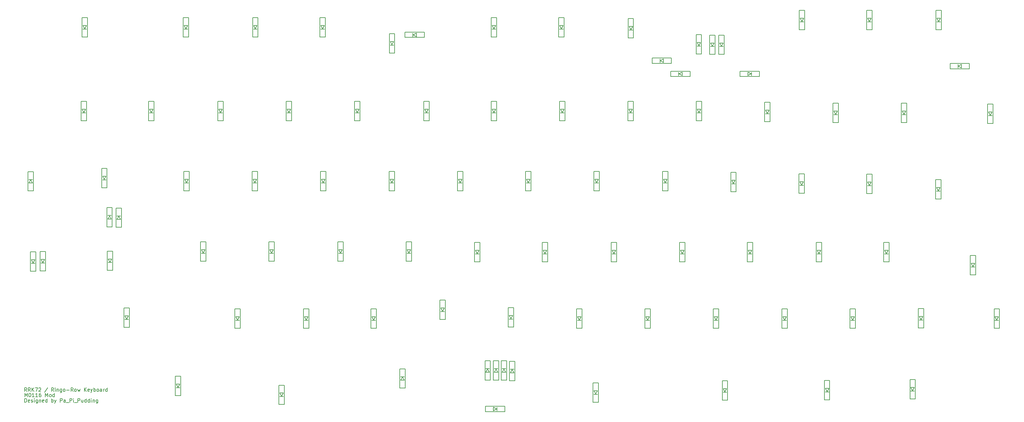
<source format=gto>
%TF.GenerationSoftware,KiCad,Pcbnew,(5.1.6)-1*%
%TF.CreationDate,2020-07-30T22:43:25+09:00*%
%TF.ProjectId,keyboard_v2,6b657962-6f61-4726-945f-76322e6b6963,rev?*%
%TF.SameCoordinates,Original*%
%TF.FileFunction,Legend,Top*%
%TF.FilePolarity,Positive*%
%FSLAX46Y46*%
G04 Gerber Fmt 4.6, Leading zero omitted, Abs format (unit mm)*
G04 Created by KiCad (PCBNEW (5.1.6)-1) date 2020-07-30 22:43:25*
%MOMM*%
%LPD*%
G01*
G04 APERTURE LIST*
%ADD10C,0.200000*%
%ADD11C,0.150000*%
%ADD12C,0.650000*%
%ADD13O,1.000000X2.100000*%
%ADD14O,1.000000X1.600000*%
%ADD15R,0.950000X1.300000*%
%ADD16R,1.397000X1.397000*%
%ADD17C,1.397000*%
%ADD18C,5.000000*%
%ADD19R,1.300000X0.950000*%
%ADD20O,1.600000X1.000000*%
%ADD21O,2.100000X1.000000*%
%ADD22C,2.100000*%
%ADD23C,1.750000*%
G04 APERTURE END LIST*
D10*
X310790676Y-20869980D02*
X310457342Y-20393790D01*
X310219247Y-20869980D02*
X310219247Y-19869980D01*
X310600200Y-19869980D01*
X310695438Y-19917600D01*
X310743057Y-19965219D01*
X310790676Y-20060457D01*
X310790676Y-20203314D01*
X310743057Y-20298552D01*
X310695438Y-20346171D01*
X310600200Y-20393790D01*
X310219247Y-20393790D01*
X311790676Y-20869980D02*
X311457342Y-20393790D01*
X311219247Y-20869980D02*
X311219247Y-19869980D01*
X311600200Y-19869980D01*
X311695438Y-19917600D01*
X311743057Y-19965219D01*
X311790676Y-20060457D01*
X311790676Y-20203314D01*
X311743057Y-20298552D01*
X311695438Y-20346171D01*
X311600200Y-20393790D01*
X311219247Y-20393790D01*
X312219247Y-20869980D02*
X312219247Y-19869980D01*
X312790676Y-20869980D02*
X312362104Y-20298552D01*
X312790676Y-19869980D02*
X312219247Y-20441409D01*
X313124009Y-19869980D02*
X313790676Y-19869980D01*
X313362104Y-20869980D01*
X314124009Y-19965219D02*
X314171628Y-19917600D01*
X314266866Y-19869980D01*
X314504961Y-19869980D01*
X314600200Y-19917600D01*
X314647819Y-19965219D01*
X314695438Y-20060457D01*
X314695438Y-20155695D01*
X314647819Y-20298552D01*
X314076390Y-20869980D01*
X314695438Y-20869980D01*
X316600200Y-19822361D02*
X315743057Y-21108076D01*
X318266866Y-20869980D02*
X317933533Y-20393790D01*
X317695438Y-20869980D02*
X317695438Y-19869980D01*
X318076390Y-19869980D01*
X318171628Y-19917600D01*
X318219247Y-19965219D01*
X318266866Y-20060457D01*
X318266866Y-20203314D01*
X318219247Y-20298552D01*
X318171628Y-20346171D01*
X318076390Y-20393790D01*
X317695438Y-20393790D01*
X318695438Y-20869980D02*
X318695438Y-20203314D01*
X318695438Y-19869980D02*
X318647819Y-19917600D01*
X318695438Y-19965219D01*
X318743057Y-19917600D01*
X318695438Y-19869980D01*
X318695438Y-19965219D01*
X319171628Y-20203314D02*
X319171628Y-20869980D01*
X319171628Y-20298552D02*
X319219247Y-20250933D01*
X319314485Y-20203314D01*
X319457342Y-20203314D01*
X319552580Y-20250933D01*
X319600200Y-20346171D01*
X319600200Y-20869980D01*
X320504961Y-20203314D02*
X320504961Y-21012838D01*
X320457342Y-21108076D01*
X320409723Y-21155695D01*
X320314485Y-21203314D01*
X320171628Y-21203314D01*
X320076390Y-21155695D01*
X320504961Y-20822361D02*
X320409723Y-20869980D01*
X320219247Y-20869980D01*
X320124009Y-20822361D01*
X320076390Y-20774742D01*
X320028771Y-20679504D01*
X320028771Y-20393790D01*
X320076390Y-20298552D01*
X320124009Y-20250933D01*
X320219247Y-20203314D01*
X320409723Y-20203314D01*
X320504961Y-20250933D01*
X321124009Y-20869980D02*
X321028771Y-20822361D01*
X320981152Y-20774742D01*
X320933533Y-20679504D01*
X320933533Y-20393790D01*
X320981152Y-20298552D01*
X321028771Y-20250933D01*
X321124009Y-20203314D01*
X321266866Y-20203314D01*
X321362104Y-20250933D01*
X321409723Y-20298552D01*
X321457342Y-20393790D01*
X321457342Y-20679504D01*
X321409723Y-20774742D01*
X321362104Y-20822361D01*
X321266866Y-20869980D01*
X321124009Y-20869980D01*
X321885914Y-20489028D02*
X322647819Y-20489028D01*
X323695438Y-20869980D02*
X323362104Y-20393790D01*
X323124009Y-20869980D02*
X323124009Y-19869980D01*
X323504961Y-19869980D01*
X323600200Y-19917600D01*
X323647819Y-19965219D01*
X323695438Y-20060457D01*
X323695438Y-20203314D01*
X323647819Y-20298552D01*
X323600200Y-20346171D01*
X323504961Y-20393790D01*
X323124009Y-20393790D01*
X324266866Y-20869980D02*
X324171628Y-20822361D01*
X324124009Y-20774742D01*
X324076390Y-20679504D01*
X324076390Y-20393790D01*
X324124009Y-20298552D01*
X324171628Y-20250933D01*
X324266866Y-20203314D01*
X324409723Y-20203314D01*
X324504961Y-20250933D01*
X324552580Y-20298552D01*
X324600200Y-20393790D01*
X324600200Y-20679504D01*
X324552580Y-20774742D01*
X324504961Y-20822361D01*
X324409723Y-20869980D01*
X324266866Y-20869980D01*
X324933533Y-20203314D02*
X325124009Y-20869980D01*
X325314485Y-20393790D01*
X325504961Y-20869980D01*
X325695438Y-20203314D01*
X326838295Y-20869980D02*
X326838295Y-19869980D01*
X327409723Y-20869980D02*
X326981152Y-20298552D01*
X327409723Y-19869980D02*
X326838295Y-20441409D01*
X328219247Y-20822361D02*
X328124009Y-20869980D01*
X327933533Y-20869980D01*
X327838295Y-20822361D01*
X327790676Y-20727123D01*
X327790676Y-20346171D01*
X327838295Y-20250933D01*
X327933533Y-20203314D01*
X328124009Y-20203314D01*
X328219247Y-20250933D01*
X328266866Y-20346171D01*
X328266866Y-20441409D01*
X327790676Y-20536647D01*
X328600200Y-20203314D02*
X328838295Y-20869980D01*
X329076390Y-20203314D02*
X328838295Y-20869980D01*
X328743057Y-21108076D01*
X328695438Y-21155695D01*
X328600200Y-21203314D01*
X329457342Y-20869980D02*
X329457342Y-19869980D01*
X329457342Y-20250933D02*
X329552580Y-20203314D01*
X329743057Y-20203314D01*
X329838295Y-20250933D01*
X329885914Y-20298552D01*
X329933533Y-20393790D01*
X329933533Y-20679504D01*
X329885914Y-20774742D01*
X329838295Y-20822361D01*
X329743057Y-20869980D01*
X329552580Y-20869980D01*
X329457342Y-20822361D01*
X330504961Y-20869980D02*
X330409723Y-20822361D01*
X330362104Y-20774742D01*
X330314485Y-20679504D01*
X330314485Y-20393790D01*
X330362104Y-20298552D01*
X330409723Y-20250933D01*
X330504961Y-20203314D01*
X330647819Y-20203314D01*
X330743057Y-20250933D01*
X330790676Y-20298552D01*
X330838295Y-20393790D01*
X330838295Y-20679504D01*
X330790676Y-20774742D01*
X330743057Y-20822361D01*
X330647819Y-20869980D01*
X330504961Y-20869980D01*
X331695438Y-20869980D02*
X331695438Y-20346171D01*
X331647819Y-20250933D01*
X331552580Y-20203314D01*
X331362104Y-20203314D01*
X331266866Y-20250933D01*
X331695438Y-20822361D02*
X331600200Y-20869980D01*
X331362104Y-20869980D01*
X331266866Y-20822361D01*
X331219247Y-20727123D01*
X331219247Y-20631885D01*
X331266866Y-20536647D01*
X331362104Y-20489028D01*
X331600200Y-20489028D01*
X331695438Y-20441409D01*
X332171628Y-20869980D02*
X332171628Y-20203314D01*
X332171628Y-20393790D02*
X332219247Y-20298552D01*
X332266866Y-20250933D01*
X332362104Y-20203314D01*
X332457342Y-20203314D01*
X333219247Y-20869980D02*
X333219247Y-19869980D01*
X333219247Y-20822361D02*
X333124009Y-20869980D01*
X332933533Y-20869980D01*
X332838295Y-20822361D01*
X332790676Y-20774742D01*
X332743057Y-20679504D01*
X332743057Y-20393790D01*
X332790676Y-20298552D01*
X332838295Y-20250933D01*
X332933533Y-20203314D01*
X333124009Y-20203314D01*
X333219247Y-20250933D01*
X310257961Y-22354980D02*
X310257961Y-21354980D01*
X310591295Y-22069266D01*
X310924628Y-21354980D01*
X310924628Y-22354980D01*
X311591295Y-21354980D02*
X311686533Y-21354980D01*
X311781771Y-21402600D01*
X311829390Y-21450219D01*
X311877009Y-21545457D01*
X311924628Y-21735933D01*
X311924628Y-21974028D01*
X311877009Y-22164504D01*
X311829390Y-22259742D01*
X311781771Y-22307361D01*
X311686533Y-22354980D01*
X311591295Y-22354980D01*
X311496057Y-22307361D01*
X311448438Y-22259742D01*
X311400819Y-22164504D01*
X311353200Y-21974028D01*
X311353200Y-21735933D01*
X311400819Y-21545457D01*
X311448438Y-21450219D01*
X311496057Y-21402600D01*
X311591295Y-21354980D01*
X312877009Y-22354980D02*
X312305580Y-22354980D01*
X312591295Y-22354980D02*
X312591295Y-21354980D01*
X312496057Y-21497838D01*
X312400819Y-21593076D01*
X312305580Y-21640695D01*
X313829390Y-22354980D02*
X313257961Y-22354980D01*
X313543676Y-22354980D02*
X313543676Y-21354980D01*
X313448438Y-21497838D01*
X313353200Y-21593076D01*
X313257961Y-21640695D01*
X314686533Y-21354980D02*
X314496057Y-21354980D01*
X314400819Y-21402600D01*
X314353200Y-21450219D01*
X314257961Y-21593076D01*
X314210342Y-21783552D01*
X314210342Y-22164504D01*
X314257961Y-22259742D01*
X314305580Y-22307361D01*
X314400819Y-22354980D01*
X314591295Y-22354980D01*
X314686533Y-22307361D01*
X314734152Y-22259742D01*
X314781771Y-22164504D01*
X314781771Y-21926409D01*
X314734152Y-21831171D01*
X314686533Y-21783552D01*
X314591295Y-21735933D01*
X314400819Y-21735933D01*
X314305580Y-21783552D01*
X314257961Y-21831171D01*
X314210342Y-21926409D01*
X315972247Y-22354980D02*
X315972247Y-21354980D01*
X316305580Y-22069266D01*
X316638914Y-21354980D01*
X316638914Y-22354980D01*
X317257961Y-22354980D02*
X317162723Y-22307361D01*
X317115104Y-22259742D01*
X317067485Y-22164504D01*
X317067485Y-21878790D01*
X317115104Y-21783552D01*
X317162723Y-21735933D01*
X317257961Y-21688314D01*
X317400819Y-21688314D01*
X317496057Y-21735933D01*
X317543676Y-21783552D01*
X317591295Y-21878790D01*
X317591295Y-22164504D01*
X317543676Y-22259742D01*
X317496057Y-22307361D01*
X317400819Y-22354980D01*
X317257961Y-22354980D01*
X318448438Y-22354980D02*
X318448438Y-21354980D01*
X318448438Y-22307361D02*
X318353200Y-22354980D01*
X318162723Y-22354980D01*
X318067485Y-22307361D01*
X318019866Y-22259742D01*
X317972247Y-22164504D01*
X317972247Y-21878790D01*
X318019866Y-21783552D01*
X318067485Y-21735933D01*
X318162723Y-21688314D01*
X318353200Y-21688314D01*
X318448438Y-21735933D01*
X310219033Y-23854480D02*
X310219033Y-22854480D01*
X310457128Y-22854480D01*
X310599985Y-22902100D01*
X310695223Y-22997338D01*
X310742842Y-23092576D01*
X310790461Y-23283052D01*
X310790461Y-23425909D01*
X310742842Y-23616385D01*
X310695223Y-23711623D01*
X310599985Y-23806861D01*
X310457128Y-23854480D01*
X310219033Y-23854480D01*
X311599985Y-23806861D02*
X311504747Y-23854480D01*
X311314271Y-23854480D01*
X311219033Y-23806861D01*
X311171414Y-23711623D01*
X311171414Y-23330671D01*
X311219033Y-23235433D01*
X311314271Y-23187814D01*
X311504747Y-23187814D01*
X311599985Y-23235433D01*
X311647604Y-23330671D01*
X311647604Y-23425909D01*
X311171414Y-23521147D01*
X312028557Y-23806861D02*
X312123795Y-23854480D01*
X312314271Y-23854480D01*
X312409509Y-23806861D01*
X312457128Y-23711623D01*
X312457128Y-23664004D01*
X312409509Y-23568766D01*
X312314271Y-23521147D01*
X312171414Y-23521147D01*
X312076176Y-23473528D01*
X312028557Y-23378290D01*
X312028557Y-23330671D01*
X312076176Y-23235433D01*
X312171414Y-23187814D01*
X312314271Y-23187814D01*
X312409509Y-23235433D01*
X312885700Y-23854480D02*
X312885700Y-23187814D01*
X312885700Y-22854480D02*
X312838080Y-22902100D01*
X312885700Y-22949719D01*
X312933319Y-22902100D01*
X312885700Y-22854480D01*
X312885700Y-22949719D01*
X313790461Y-23187814D02*
X313790461Y-23997338D01*
X313742842Y-24092576D01*
X313695223Y-24140195D01*
X313599985Y-24187814D01*
X313457128Y-24187814D01*
X313361890Y-24140195D01*
X313790461Y-23806861D02*
X313695223Y-23854480D01*
X313504747Y-23854480D01*
X313409509Y-23806861D01*
X313361890Y-23759242D01*
X313314271Y-23664004D01*
X313314271Y-23378290D01*
X313361890Y-23283052D01*
X313409509Y-23235433D01*
X313504747Y-23187814D01*
X313695223Y-23187814D01*
X313790461Y-23235433D01*
X314266652Y-23187814D02*
X314266652Y-23854480D01*
X314266652Y-23283052D02*
X314314271Y-23235433D01*
X314409509Y-23187814D01*
X314552366Y-23187814D01*
X314647604Y-23235433D01*
X314695223Y-23330671D01*
X314695223Y-23854480D01*
X315552366Y-23806861D02*
X315457128Y-23854480D01*
X315266652Y-23854480D01*
X315171414Y-23806861D01*
X315123795Y-23711623D01*
X315123795Y-23330671D01*
X315171414Y-23235433D01*
X315266652Y-23187814D01*
X315457128Y-23187814D01*
X315552366Y-23235433D01*
X315599985Y-23330671D01*
X315599985Y-23425909D01*
X315123795Y-23521147D01*
X316457128Y-23854480D02*
X316457128Y-22854480D01*
X316457128Y-23806861D02*
X316361890Y-23854480D01*
X316171414Y-23854480D01*
X316076176Y-23806861D01*
X316028557Y-23759242D01*
X315980938Y-23664004D01*
X315980938Y-23378290D01*
X316028557Y-23283052D01*
X316076176Y-23235433D01*
X316171414Y-23187814D01*
X316361890Y-23187814D01*
X316457128Y-23235433D01*
X317695223Y-23854480D02*
X317695223Y-22854480D01*
X317695223Y-23235433D02*
X317790461Y-23187814D01*
X317980938Y-23187814D01*
X318076176Y-23235433D01*
X318123795Y-23283052D01*
X318171414Y-23378290D01*
X318171414Y-23664004D01*
X318123795Y-23759242D01*
X318076176Y-23806861D01*
X317980938Y-23854480D01*
X317790461Y-23854480D01*
X317695223Y-23806861D01*
X318504747Y-23187814D02*
X318742842Y-23854480D01*
X318980938Y-23187814D02*
X318742842Y-23854480D01*
X318647604Y-24092576D01*
X318599985Y-24140195D01*
X318504747Y-24187814D01*
X320123795Y-23854480D02*
X320123795Y-22854480D01*
X320504747Y-22854480D01*
X320599985Y-22902100D01*
X320647604Y-22949719D01*
X320695223Y-23044957D01*
X320695223Y-23187814D01*
X320647604Y-23283052D01*
X320599985Y-23330671D01*
X320504747Y-23378290D01*
X320123795Y-23378290D01*
X321552366Y-23854480D02*
X321552366Y-23330671D01*
X321504747Y-23235433D01*
X321409509Y-23187814D01*
X321219033Y-23187814D01*
X321123795Y-23235433D01*
X321552366Y-23806861D02*
X321457128Y-23854480D01*
X321219033Y-23854480D01*
X321123795Y-23806861D01*
X321076176Y-23711623D01*
X321076176Y-23616385D01*
X321123795Y-23521147D01*
X321219033Y-23473528D01*
X321457128Y-23473528D01*
X321552366Y-23425909D01*
X321790461Y-23949719D02*
X322552366Y-23949719D01*
X322790461Y-23854480D02*
X322790461Y-22854480D01*
X323171414Y-22854480D01*
X323266652Y-22902100D01*
X323314271Y-22949719D01*
X323361890Y-23044957D01*
X323361890Y-23187814D01*
X323314271Y-23283052D01*
X323266652Y-23330671D01*
X323171414Y-23378290D01*
X322790461Y-23378290D01*
X323790461Y-23854480D02*
X323790461Y-23187814D01*
X323790461Y-22854480D02*
X323742842Y-22902100D01*
X323790461Y-22949719D01*
X323838080Y-22902100D01*
X323790461Y-22854480D01*
X323790461Y-22949719D01*
X324028557Y-23949719D02*
X324790461Y-23949719D01*
X325028557Y-23854480D02*
X325028557Y-22854480D01*
X325409509Y-22854480D01*
X325504747Y-22902100D01*
X325552366Y-22949719D01*
X325599985Y-23044957D01*
X325599985Y-23187814D01*
X325552366Y-23283052D01*
X325504747Y-23330671D01*
X325409509Y-23378290D01*
X325028557Y-23378290D01*
X326457128Y-23187814D02*
X326457128Y-23854480D01*
X326028557Y-23187814D02*
X326028557Y-23711623D01*
X326076176Y-23806861D01*
X326171414Y-23854480D01*
X326314271Y-23854480D01*
X326409509Y-23806861D01*
X326457128Y-23759242D01*
X327361890Y-23854480D02*
X327361890Y-22854480D01*
X327361890Y-23806861D02*
X327266652Y-23854480D01*
X327076176Y-23854480D01*
X326980938Y-23806861D01*
X326933319Y-23759242D01*
X326885700Y-23664004D01*
X326885700Y-23378290D01*
X326933319Y-23283052D01*
X326980938Y-23235433D01*
X327076176Y-23187814D01*
X327266652Y-23187814D01*
X327361890Y-23235433D01*
X328266652Y-23854480D02*
X328266652Y-22854480D01*
X328266652Y-23806861D02*
X328171414Y-23854480D01*
X327980938Y-23854480D01*
X327885700Y-23806861D01*
X327838080Y-23759242D01*
X327790461Y-23664004D01*
X327790461Y-23378290D01*
X327838080Y-23283052D01*
X327885700Y-23235433D01*
X327980938Y-23187814D01*
X328171414Y-23187814D01*
X328266652Y-23235433D01*
X328742842Y-23854480D02*
X328742842Y-23187814D01*
X328742842Y-22854480D02*
X328695223Y-22902100D01*
X328742842Y-22949719D01*
X328790461Y-22902100D01*
X328742842Y-22854480D01*
X328742842Y-22949719D01*
X329219033Y-23187814D02*
X329219033Y-23854480D01*
X329219033Y-23283052D02*
X329266652Y-23235433D01*
X329361890Y-23187814D01*
X329504747Y-23187814D01*
X329599985Y-23235433D01*
X329647604Y-23330671D01*
X329647604Y-23854480D01*
X330552366Y-23187814D02*
X330552366Y-23997338D01*
X330504747Y-24092576D01*
X330457128Y-24140195D01*
X330361890Y-24187814D01*
X330219033Y-24187814D01*
X330123795Y-24140195D01*
X330552366Y-23806861D02*
X330457128Y-23854480D01*
X330266652Y-23854480D01*
X330171414Y-23806861D01*
X330123795Y-23759242D01*
X330076176Y-23664004D01*
X330076176Y-23378290D01*
X330123795Y-23283052D01*
X330171414Y-23235433D01*
X330266652Y-23187814D01*
X330457128Y-23187814D01*
X330552366Y-23235433D01*
D11*
%TO.C,R1*%
X334600000Y25030000D02*
X333100000Y25030000D01*
X334600000Y30430000D02*
X334600000Y25030000D01*
X333100000Y30430000D02*
X334600000Y30430000D01*
X333100000Y25030000D02*
X333100000Y30430000D01*
X333350000Y28230000D02*
X334350000Y28230000D01*
X334350000Y27230000D02*
X333850000Y28130000D01*
X333350000Y27230000D02*
X334350000Y27230000D01*
X333850000Y28130000D02*
X333350000Y27230000D01*
%TO.C,R8*%
X441712300Y-25768300D02*
X440812300Y-25268300D01*
X440812300Y-25268300D02*
X440812300Y-26268300D01*
X440812300Y-26268300D02*
X441712300Y-25768300D01*
X441812300Y-25268300D02*
X441812300Y-26268300D01*
X438612300Y-25018300D02*
X444012300Y-25018300D01*
X444012300Y-25018300D02*
X444012300Y-26518300D01*
X444012300Y-26518300D02*
X438612300Y-26518300D01*
X438612300Y-26518300D02*
X438612300Y-25018300D01*
%TO.C,C3*%
X416258440Y-19946600D02*
X414758440Y-19946600D01*
X416258440Y-14546600D02*
X416258440Y-19946600D01*
X414758440Y-14546600D02*
X416258440Y-14546600D01*
X414758440Y-19946600D02*
X414758440Y-14546600D01*
X415008440Y-16746600D02*
X416008440Y-16746600D01*
X416008440Y-17746600D02*
X415508440Y-16846600D01*
X415008440Y-17746600D02*
X416008440Y-17746600D01*
X415508440Y-16846600D02*
X415008440Y-17746600D01*
%TO.C,R2*%
X337180000Y24930000D02*
X335680000Y24930000D01*
X337180000Y30330000D02*
X337180000Y24930000D01*
X335680000Y30330000D02*
X337180000Y30330000D01*
X335680000Y24930000D02*
X335680000Y30330000D01*
X335930000Y28130000D02*
X336930000Y28130000D01*
X336930000Y27130000D02*
X336430000Y28030000D01*
X335930000Y27130000D02*
X336930000Y27130000D01*
X336430000Y28030000D02*
X335930000Y27130000D01*
%TO.C,D5*%
X411832200Y78995800D02*
X413332200Y78995800D01*
X411832200Y73595800D02*
X411832200Y78995800D01*
X413332200Y73595800D02*
X411832200Y73595800D01*
X413332200Y78995800D02*
X413332200Y73595800D01*
X413082200Y75795800D02*
X412082200Y75795800D01*
X412082200Y76795800D02*
X412582200Y75895800D01*
X413082200Y76795800D02*
X412082200Y76795800D01*
X412582200Y75895800D02*
X413082200Y76795800D01*
%TO.C,R7*%
X509577200Y67011400D02*
X509577200Y68511400D01*
X514977200Y67011400D02*
X509577200Y67011400D01*
X514977200Y68511400D02*
X514977200Y67011400D01*
X509577200Y68511400D02*
X514977200Y68511400D01*
X512777200Y68261400D02*
X512777200Y67261400D01*
X511777200Y67261400D02*
X512677200Y67761400D01*
X511777200Y68261400D02*
X511777200Y67261400D01*
X512677200Y67761400D02*
X511777200Y68261400D01*
%TO.C,D45*%
X435555800Y20731200D02*
X437055800Y20731200D01*
X435555800Y15331200D02*
X435555800Y20731200D01*
X437055800Y15331200D02*
X435555800Y15331200D01*
X437055800Y20731200D02*
X437055800Y15331200D01*
X436805800Y17531200D02*
X435805800Y17531200D01*
X435805800Y18531200D02*
X436305800Y17631200D01*
X436805800Y18531200D02*
X435805800Y18531200D01*
X436305800Y17631200D02*
X436805800Y18531200D01*
%TO.C,D44*%
X416505800Y20852200D02*
X418005800Y20852200D01*
X416505800Y15452200D02*
X416505800Y20852200D01*
X418005800Y15452200D02*
X416505800Y15452200D01*
X418005800Y20852200D02*
X418005800Y15452200D01*
X417755800Y17652200D02*
X416755800Y17652200D01*
X416755800Y18652200D02*
X417255800Y17752200D01*
X417755800Y18652200D02*
X416755800Y18652200D01*
X417255800Y17752200D02*
X417755800Y18652200D01*
%TO.C,D41*%
X359228800Y20855200D02*
X360728800Y20855200D01*
X359228800Y15455200D02*
X359228800Y20855200D01*
X360728800Y15455200D02*
X359228800Y15455200D01*
X360728800Y20855200D02*
X360728800Y15455200D01*
X360478800Y17655200D02*
X359478800Y17655200D01*
X359478800Y18655200D02*
X359978800Y17755200D01*
X360478800Y18655200D02*
X359478800Y18655200D01*
X359978800Y17755200D02*
X360478800Y18655200D01*
%TO.C,D42*%
X378278800Y20855200D02*
X379778800Y20855200D01*
X378278800Y15455200D02*
X378278800Y20855200D01*
X379778800Y15455200D02*
X378278800Y15455200D01*
X379778800Y20855200D02*
X379778800Y15455200D01*
X379528800Y17655200D02*
X378528800Y17655200D01*
X378528800Y18655200D02*
X379028800Y17755200D01*
X379528800Y18655200D02*
X378528800Y18655200D01*
X379028800Y17755200D02*
X379528800Y18655200D01*
%TO.C,D40*%
X564079800Y38254200D02*
X565579800Y38254200D01*
X564079800Y32854200D02*
X564079800Y38254200D01*
X565579800Y32854200D02*
X564079800Y32854200D01*
X565579800Y38254200D02*
X565579800Y32854200D01*
X565329800Y35054200D02*
X564329800Y35054200D01*
X564329800Y36054200D02*
X564829800Y35154200D01*
X565329800Y36054200D02*
X564329800Y36054200D01*
X564829800Y35154200D02*
X565329800Y36054200D01*
%TO.C,D39*%
X544902800Y39778200D02*
X546402800Y39778200D01*
X544902800Y34378200D02*
X544902800Y39778200D01*
X546402800Y34378200D02*
X544902800Y34378200D01*
X546402800Y39778200D02*
X546402800Y34378200D01*
X546152800Y36578200D02*
X545152800Y36578200D01*
X545152800Y37578200D02*
X545652800Y36678200D01*
X546152800Y37578200D02*
X545152800Y37578200D01*
X545652800Y36678200D02*
X546152800Y37578200D01*
%TO.C,D43*%
X397455800Y20855200D02*
X398955800Y20855200D01*
X397455800Y15455200D02*
X397455800Y20855200D01*
X398955800Y15455200D02*
X397455800Y15455200D01*
X398955800Y20855200D02*
X398955800Y15455200D01*
X398705800Y17655200D02*
X397705800Y17655200D01*
X397705800Y18655200D02*
X398205800Y17755200D01*
X398705800Y18655200D02*
X397705800Y18655200D01*
X398205800Y17755200D02*
X398705800Y18655200D01*
%TO.C,D37*%
X506993300Y40283200D02*
X508493300Y40283200D01*
X506993300Y34883200D02*
X506993300Y40283200D01*
X508493300Y34883200D02*
X506993300Y34883200D01*
X508493300Y40283200D02*
X508493300Y34883200D01*
X508243300Y37083200D02*
X507243300Y37083200D01*
X507243300Y38083200D02*
X507743300Y37183200D01*
X508243300Y38083200D02*
X507243300Y38083200D01*
X507743300Y37183200D02*
X508243300Y38083200D01*
%TO.C,D27*%
X578557800Y59336200D02*
X580057800Y59336200D01*
X578557800Y53936200D02*
X578557800Y59336200D01*
X580057800Y53936200D02*
X578557800Y53936200D01*
X580057800Y59336200D02*
X580057800Y53936200D01*
X579807800Y56136200D02*
X578807800Y56136200D01*
X578807800Y57136200D02*
X579307800Y56236200D01*
X579807800Y57136200D02*
X578807800Y57136200D01*
X579307800Y56236200D02*
X579807800Y57136200D01*
%TO.C,D30*%
X373579800Y40540200D02*
X375079800Y40540200D01*
X373579800Y35140200D02*
X373579800Y40540200D01*
X375079800Y35140200D02*
X373579800Y35140200D01*
X375079800Y40540200D02*
X375079800Y35140200D01*
X374829800Y37340200D02*
X373829800Y37340200D01*
X373829800Y38340200D02*
X374329800Y37440200D01*
X374829800Y38340200D02*
X373829800Y38340200D01*
X374329800Y37440200D02*
X374829800Y38340200D01*
%TO.C,D24*%
X516454800Y59844200D02*
X517954800Y59844200D01*
X516454800Y54444200D02*
X516454800Y59844200D01*
X517954800Y54444200D02*
X516454800Y54444200D01*
X517954800Y59844200D02*
X517954800Y54444200D01*
X517704800Y56644200D02*
X516704800Y56644200D01*
X516704800Y57644200D02*
X517204800Y56744200D01*
X517704800Y57644200D02*
X516704800Y57644200D01*
X517204800Y56744200D02*
X517704800Y57644200D01*
%TO.C,D25*%
X535504800Y59590200D02*
X537004800Y59590200D01*
X535504800Y54190200D02*
X535504800Y59590200D01*
X537004800Y54190200D02*
X535504800Y54190200D01*
X537004800Y59590200D02*
X537004800Y54190200D01*
X536754800Y56390200D02*
X535754800Y56390200D01*
X535754800Y57390200D02*
X536254800Y56490200D01*
X536754800Y57390200D02*
X535754800Y57390200D01*
X536254800Y56490200D02*
X536754800Y57390200D01*
%TO.C,D23*%
X497404800Y60098200D02*
X498904800Y60098200D01*
X497404800Y54698200D02*
X497404800Y60098200D01*
X498904800Y54698200D02*
X497404800Y54698200D01*
X498904800Y60098200D02*
X498904800Y54698200D01*
X498654800Y56898200D02*
X497654800Y56898200D01*
X497654800Y57898200D02*
X498154800Y56998200D01*
X498654800Y57898200D02*
X497654800Y57898200D01*
X498154800Y56998200D02*
X498654800Y57898200D01*
%TO.C,D29*%
X354529800Y40540200D02*
X356029800Y40540200D01*
X354529800Y35140200D02*
X354529800Y40540200D01*
X356029800Y35140200D02*
X354529800Y35140200D01*
X356029800Y40540200D02*
X356029800Y35140200D01*
X355779800Y37340200D02*
X354779800Y37340200D01*
X354779800Y38340200D02*
X355279800Y37440200D01*
X355779800Y38340200D02*
X354779800Y38340200D01*
X355279800Y37440200D02*
X355779800Y38340200D01*
%TO.C,D26*%
X554554800Y59590200D02*
X556054800Y59590200D01*
X554554800Y54190200D02*
X554554800Y59590200D01*
X556054800Y54190200D02*
X554554800Y54190200D01*
X556054800Y59590200D02*
X556054800Y54190200D01*
X555804800Y56390200D02*
X554804800Y56390200D01*
X554804800Y57390200D02*
X555304800Y56490200D01*
X555804800Y57390200D02*
X554804800Y57390200D01*
X555304800Y56490200D02*
X555804800Y57390200D01*
%TO.C,D22*%
X478354800Y60098200D02*
X479854800Y60098200D01*
X478354800Y54698200D02*
X478354800Y60098200D01*
X479854800Y54698200D02*
X478354800Y54698200D01*
X479854800Y60098200D02*
X479854800Y54698200D01*
X479604800Y56898200D02*
X478604800Y56898200D01*
X478604800Y57898200D02*
X479104800Y56998200D01*
X479604800Y57898200D02*
X478604800Y57898200D01*
X479104800Y56998200D02*
X479604800Y57898200D01*
%TO.C,D21*%
X459304800Y60098200D02*
X460804800Y60098200D01*
X459304800Y54698200D02*
X459304800Y60098200D01*
X460804800Y54698200D02*
X459304800Y54698200D01*
X460804800Y60098200D02*
X460804800Y54698200D01*
X460554800Y56898200D02*
X459554800Y56898200D01*
X459554800Y57898200D02*
X460054800Y56998200D01*
X460554800Y57898200D02*
X459554800Y57898200D01*
X460054800Y56998200D02*
X460554800Y57898200D01*
%TO.C,D20*%
X440254800Y60098200D02*
X441754800Y60098200D01*
X440254800Y54698200D02*
X440254800Y60098200D01*
X441754800Y54698200D02*
X440254800Y54698200D01*
X441754800Y60098200D02*
X441754800Y54698200D01*
X441504800Y56898200D02*
X440504800Y56898200D01*
X440504800Y57898200D02*
X441004800Y56998200D01*
X441504800Y57898200D02*
X440504800Y57898200D01*
X441004800Y56998200D02*
X441504800Y57898200D01*
%TO.C,D19*%
X421458800Y60098200D02*
X422958800Y60098200D01*
X421458800Y54698200D02*
X421458800Y60098200D01*
X422958800Y54698200D02*
X421458800Y54698200D01*
X422958800Y60098200D02*
X422958800Y54698200D01*
X422708800Y56898200D02*
X421708800Y56898200D01*
X421708800Y57898200D02*
X422208800Y56998200D01*
X422708800Y57898200D02*
X421708800Y57898200D01*
X422208800Y56998200D02*
X422708800Y57898200D01*
%TO.C,D28*%
X331650000Y41400000D02*
X333150000Y41400000D01*
X331650000Y36000000D02*
X331650000Y41400000D01*
X333150000Y36000000D02*
X331650000Y36000000D01*
X333150000Y41400000D02*
X333150000Y36000000D01*
X332900000Y38200000D02*
X331900000Y38200000D01*
X331900000Y39200000D02*
X332400000Y38300000D01*
X332900000Y39200000D02*
X331900000Y39200000D01*
X332400000Y38300000D02*
X332900000Y39200000D01*
%TO.C,D18*%
X402154800Y60098200D02*
X403654800Y60098200D01*
X402154800Y54698200D02*
X402154800Y60098200D01*
X403654800Y54698200D02*
X402154800Y54698200D01*
X403654800Y60098200D02*
X403654800Y54698200D01*
X403404800Y56898200D02*
X402404800Y56898200D01*
X402404800Y57898200D02*
X402904800Y56998200D01*
X403404800Y57898200D02*
X402404800Y57898200D01*
X402904800Y56998200D02*
X403404800Y57898200D01*
%TO.C,D32*%
X411806800Y40540200D02*
X413306800Y40540200D01*
X411806800Y35140200D02*
X411806800Y40540200D01*
X413306800Y35140200D02*
X411806800Y35140200D01*
X413306800Y40540200D02*
X413306800Y35140200D01*
X413056800Y37340200D02*
X412056800Y37340200D01*
X412056800Y38340200D02*
X412556800Y37440200D01*
X413056800Y38340200D02*
X412056800Y38340200D01*
X412556800Y37440200D02*
X413056800Y38340200D01*
%TO.C,D38*%
X525979800Y39841700D02*
X527479800Y39841700D01*
X525979800Y34441700D02*
X525979800Y39841700D01*
X527479800Y34441700D02*
X525979800Y34441700D01*
X527479800Y39841700D02*
X527479800Y34441700D01*
X527229800Y36641700D02*
X526229800Y36641700D01*
X526229800Y37641700D02*
X526729800Y36741700D01*
X527229800Y37641700D02*
X526229800Y37641700D01*
X526729800Y36741700D02*
X527229800Y37641700D01*
%TO.C,D31*%
X392629800Y40540200D02*
X394129800Y40540200D01*
X392629800Y35140200D02*
X392629800Y40540200D01*
X394129800Y35140200D02*
X392629800Y35140200D01*
X394129800Y40540200D02*
X394129800Y35140200D01*
X393879800Y37340200D02*
X392879800Y37340200D01*
X392879800Y38340200D02*
X393379800Y37440200D01*
X393879800Y38340200D02*
X392879800Y38340200D01*
X393379800Y37440200D02*
X393879800Y38340200D01*
%TO.C,D33*%
X430856800Y40540200D02*
X432356800Y40540200D01*
X430856800Y35140200D02*
X430856800Y40540200D01*
X432356800Y35140200D02*
X430856800Y35140200D01*
X432356800Y40540200D02*
X432356800Y35140200D01*
X432106800Y37340200D02*
X431106800Y37340200D01*
X431106800Y38340200D02*
X431606800Y37440200D01*
X432106800Y38340200D02*
X431106800Y38340200D01*
X431606800Y37440200D02*
X432106800Y38340200D01*
%TO.C,D2*%
X354402800Y83466200D02*
X355902800Y83466200D01*
X354402800Y78066200D02*
X354402800Y83466200D01*
X355902800Y78066200D02*
X354402800Y78066200D01*
X355902800Y83466200D02*
X355902800Y78066200D01*
X355652800Y80266200D02*
X354652800Y80266200D01*
X354652800Y81266200D02*
X355152800Y80366200D01*
X355652800Y81266200D02*
X354652800Y81266200D01*
X355152800Y80366200D02*
X355652800Y81266200D01*
%TO.C,D13*%
X573524200Y70670400D02*
X573524200Y69170400D01*
X568124200Y70670400D02*
X573524200Y70670400D01*
X568124200Y69170400D02*
X568124200Y70670400D01*
X573524200Y69170400D02*
X568124200Y69170400D01*
X570324200Y69420400D02*
X570324200Y70420400D01*
X571324200Y70420400D02*
X570424200Y69920400D01*
X571324200Y69420400D02*
X571324200Y70420400D01*
X570424200Y69920400D02*
X571324200Y69420400D01*
%TO.C,D17*%
X383104800Y60098200D02*
X384604800Y60098200D01*
X383104800Y54698200D02*
X383104800Y60098200D01*
X384604800Y54698200D02*
X383104800Y54698200D01*
X384604800Y60098200D02*
X384604800Y54698200D01*
X384354800Y56898200D02*
X383354800Y56898200D01*
X383354800Y57898200D02*
X383854800Y56998200D01*
X384354800Y57898200D02*
X383354800Y57898200D01*
X383854800Y56998200D02*
X384354800Y57898200D01*
%TO.C,D8*%
X478393060Y83212920D02*
X479893060Y83212920D01*
X478393060Y77812920D02*
X478393060Y83212920D01*
X479893060Y77812920D02*
X478393060Y77812920D01*
X479893060Y83212920D02*
X479893060Y77812920D01*
X479643060Y80012920D02*
X478643060Y80012920D01*
X478643060Y81012920D02*
X479143060Y80112920D01*
X479643060Y81012920D02*
X478643060Y81012920D01*
X479143060Y80112920D02*
X479643060Y81012920D01*
%TO.C,D3*%
X373732200Y83466200D02*
X375232200Y83466200D01*
X373732200Y78066200D02*
X373732200Y83466200D01*
X375232200Y78066200D02*
X373732200Y78066200D01*
X375232200Y83466200D02*
X375232200Y78066200D01*
X374982200Y80266200D02*
X373982200Y80266200D01*
X373982200Y81266200D02*
X374482200Y80366200D01*
X374982200Y81266200D02*
X373982200Y81266200D01*
X374482200Y80366200D02*
X374982200Y81266200D01*
%TO.C,D6*%
X440254800Y83466200D02*
X441754800Y83466200D01*
X440254800Y78066200D02*
X440254800Y83466200D01*
X441754800Y78066200D02*
X440254800Y78066200D01*
X441754800Y83466200D02*
X441754800Y78066200D01*
X441504800Y80266200D02*
X440504800Y80266200D01*
X440504800Y81266200D02*
X441004800Y80366200D01*
X441504800Y81266200D02*
X440504800Y81266200D01*
X441004800Y80366200D02*
X441504800Y81266200D01*
%TO.C,D15*%
X344750800Y60098200D02*
X346250800Y60098200D01*
X344750800Y54698200D02*
X344750800Y60098200D01*
X346250800Y54698200D02*
X344750800Y54698200D01*
X346250800Y60098200D02*
X346250800Y54698200D01*
X346000800Y56898200D02*
X345000800Y56898200D01*
X345000800Y57898200D02*
X345500800Y56998200D01*
X346000800Y57898200D02*
X345000800Y57898200D01*
X345500800Y56998200D02*
X346000800Y57898200D01*
%TO.C,C7*%
X441592460Y-14637760D02*
X441092460Y-15537760D01*
X441092460Y-15537760D02*
X442092460Y-15537760D01*
X442092460Y-15537760D02*
X441592460Y-14637760D01*
X441092460Y-14537760D02*
X442092460Y-14537760D01*
X440842460Y-17737760D02*
X440842460Y-12337760D01*
X440842460Y-12337760D02*
X442342460Y-12337760D01*
X442342460Y-12337760D02*
X442342460Y-17737760D01*
X442342460Y-17737760D02*
X440842460Y-17737760D01*
%TO.C,C6*%
X443794640Y-14637760D02*
X443294640Y-15537760D01*
X443294640Y-15537760D02*
X444294640Y-15537760D01*
X444294640Y-15537760D02*
X443794640Y-14637760D01*
X443294640Y-14537760D02*
X444294640Y-14537760D01*
X443044640Y-17737760D02*
X443044640Y-12337760D01*
X443044640Y-12337760D02*
X444544640Y-12337760D01*
X444544640Y-12337760D02*
X444544640Y-17737760D01*
X444544640Y-17737760D02*
X443044640Y-17737760D01*
%TO.C,D7*%
X459050800Y83466200D02*
X460550800Y83466200D01*
X459050800Y78066200D02*
X459050800Y83466200D01*
X460550800Y78066200D02*
X459050800Y78066200D01*
X460550800Y83466200D02*
X460550800Y78066200D01*
X460300800Y80266200D02*
X459300800Y80266200D01*
X459300800Y81266200D02*
X459800800Y80366200D01*
X460300800Y81266200D02*
X459300800Y81266200D01*
X459800800Y80366200D02*
X460300800Y81266200D01*
%TO.C,D4*%
X392502800Y83466200D02*
X394002800Y83466200D01*
X392502800Y78066200D02*
X392502800Y83466200D01*
X394002800Y78066200D02*
X392502800Y78066200D01*
X394002800Y83466200D02*
X394002800Y78066200D01*
X393752800Y80266200D02*
X392752800Y80266200D01*
X392752800Y81266200D02*
X393252800Y80366200D01*
X393752800Y81266200D02*
X392752800Y81266200D01*
X393252800Y80366200D02*
X393752800Y81266200D01*
%TO.C,D1*%
X326183400Y83466200D02*
X327683400Y83466200D01*
X326183400Y78066200D02*
X326183400Y83466200D01*
X327683400Y78066200D02*
X326183400Y78066200D01*
X327683400Y83466200D02*
X327683400Y78066200D01*
X327433400Y80266200D02*
X326433400Y80266200D01*
X326433400Y81266200D02*
X326933400Y80366200D01*
X327433400Y81266200D02*
X326433400Y81266200D01*
X326933400Y80366200D02*
X327433400Y81266200D01*
%TO.C,D14*%
X325954800Y60098200D02*
X327454800Y60098200D01*
X325954800Y54698200D02*
X325954800Y60098200D01*
X327454800Y54698200D02*
X325954800Y54698200D01*
X327454800Y60098200D02*
X327454800Y54698200D01*
X327204800Y56898200D02*
X326204800Y56898200D01*
X326204800Y57898200D02*
X326704800Y56998200D01*
X327204800Y57898200D02*
X326204800Y57898200D01*
X326704800Y56998200D02*
X327204800Y57898200D01*
%TO.C,D10*%
X526106800Y85498200D02*
X527606800Y85498200D01*
X526106800Y80098200D02*
X526106800Y85498200D01*
X527606800Y80098200D02*
X526106800Y80098200D01*
X527606800Y85498200D02*
X527606800Y80098200D01*
X527356800Y82298200D02*
X526356800Y82298200D01*
X526356800Y83298200D02*
X526856800Y82398200D01*
X527356800Y83298200D02*
X526356800Y83298200D01*
X526856800Y82398200D02*
X527356800Y83298200D01*
%TO.C,D16*%
X364054800Y60098200D02*
X365554800Y60098200D01*
X364054800Y54698200D02*
X364054800Y60098200D01*
X365554800Y54698200D02*
X364054800Y54698200D01*
X365554800Y60098200D02*
X365554800Y54698200D01*
X365304800Y56898200D02*
X364304800Y56898200D01*
X364304800Y57898200D02*
X364804800Y56998200D01*
X365304800Y57898200D02*
X364304800Y57898200D01*
X364804800Y56998200D02*
X365304800Y57898200D01*
%TO.C,D12*%
X564206800Y85498200D02*
X565706800Y85498200D01*
X564206800Y80098200D02*
X564206800Y85498200D01*
X565706800Y80098200D02*
X564206800Y80098200D01*
X565706800Y85498200D02*
X565706800Y80098200D01*
X565456800Y82298200D02*
X564456800Y82298200D01*
X564456800Y83298200D02*
X564956800Y82398200D01*
X565456800Y83298200D02*
X564456800Y83298200D01*
X564956800Y82398200D02*
X565456800Y83298200D01*
%TO.C,D9*%
X490466200Y72194400D02*
X490466200Y70694400D01*
X485066200Y72194400D02*
X490466200Y72194400D01*
X485066200Y70694400D02*
X485066200Y72194400D01*
X490466200Y70694400D02*
X485066200Y70694400D01*
X487266200Y70944400D02*
X487266200Y71944400D01*
X488266200Y71944400D02*
X487366200Y71444400D01*
X488266200Y70944400D02*
X488266200Y71944400D01*
X487366200Y71444400D02*
X488266200Y70944400D01*
%TO.C,D11*%
X544902800Y85498200D02*
X546402800Y85498200D01*
X544902800Y80098200D02*
X544902800Y85498200D01*
X546402800Y80098200D02*
X544902800Y80098200D01*
X546402800Y85498200D02*
X546402800Y80098200D01*
X546152800Y82298200D02*
X545152800Y82298200D01*
X545152800Y83298200D02*
X545652800Y82398200D01*
X546152800Y83298200D02*
X545152800Y83298200D01*
X545652800Y82398200D02*
X546152800Y83298200D01*
%TO.C,D48*%
X493455800Y17628200D02*
X493955800Y18528200D01*
X493955800Y18528200D02*
X492955800Y18528200D01*
X492955800Y18528200D02*
X493455800Y17628200D01*
X493955800Y17528200D02*
X492955800Y17528200D01*
X494205800Y20728200D02*
X494205800Y15328200D01*
X494205800Y15328200D02*
X492705800Y15328200D01*
X492705800Y15328200D02*
X492705800Y20728200D01*
X492705800Y20728200D02*
X494205800Y20728200D01*
%TO.C,D53*%
X333250000Y18300000D02*
X334750000Y18300000D01*
X333250000Y12900000D02*
X333250000Y18300000D01*
X334750000Y12900000D02*
X333250000Y12900000D01*
X334750000Y18300000D02*
X334750000Y12900000D01*
X334500000Y15100000D02*
X333500000Y15100000D01*
X333500000Y16100000D02*
X334000000Y15200000D01*
X334500000Y16100000D02*
X333500000Y16100000D01*
X334000000Y15200000D02*
X334500000Y16100000D01*
%TO.C,D55*%
X387930800Y2183200D02*
X389430800Y2183200D01*
X387930800Y-3216800D02*
X387930800Y2183200D01*
X389430800Y-3216800D02*
X387930800Y-3216800D01*
X389430800Y2183200D02*
X389430800Y-3216800D01*
X389180800Y-1016800D02*
X388180800Y-1016800D01*
X388180800Y-16800D02*
X388680800Y-916800D01*
X389180800Y-16800D02*
X388180800Y-16800D01*
X388680800Y-916800D02*
X389180800Y-16800D01*
%TO.C,D56*%
X406726800Y2186200D02*
X408226800Y2186200D01*
X406726800Y-3213800D02*
X406726800Y2186200D01*
X408226800Y-3213800D02*
X406726800Y-3213800D01*
X408226800Y2186200D02*
X408226800Y-3213800D01*
X407976800Y-1013800D02*
X406976800Y-1013800D01*
X406976800Y-13800D02*
X407476800Y-913800D01*
X407976800Y-13800D02*
X406976800Y-13800D01*
X407476800Y-913800D02*
X407976800Y-13800D01*
%TO.C,D57*%
X426700000Y1500000D02*
X427200000Y2400000D01*
X427200000Y2400000D02*
X426200000Y2400000D01*
X426200000Y2400000D02*
X426700000Y1500000D01*
X427200000Y1400000D02*
X426200000Y1400000D01*
X427450000Y4600000D02*
X427450000Y-800000D01*
X427450000Y-800000D02*
X425950000Y-800000D01*
X425950000Y-800000D02*
X425950000Y4600000D01*
X425950000Y4600000D02*
X427450000Y4600000D01*
%TO.C,D49*%
X511628800Y20728200D02*
X513128800Y20728200D01*
X511628800Y15328200D02*
X511628800Y20728200D01*
X513128800Y15328200D02*
X511628800Y15328200D01*
X513128800Y20728200D02*
X513128800Y15328200D01*
X512878800Y17528200D02*
X511878800Y17528200D01*
X511878800Y18528200D02*
X512378800Y17628200D01*
X512878800Y18528200D02*
X511878800Y18528200D01*
X512378800Y17628200D02*
X512878800Y18528200D01*
%TO.C,D58*%
X445754600Y-558200D02*
X446254600Y341800D01*
X446254600Y341800D02*
X445254600Y341800D01*
X445254600Y341800D02*
X445754600Y-558200D01*
X446254600Y-658200D02*
X445254600Y-658200D01*
X446504600Y2541800D02*
X446504600Y-2858200D01*
X446504600Y-2858200D02*
X445004600Y-2858200D01*
X445004600Y-2858200D02*
X445004600Y2541800D01*
X445004600Y2541800D02*
X446504600Y2541800D01*
%TO.C,D46*%
X454478800Y20725200D02*
X455978800Y20725200D01*
X454478800Y15325200D02*
X454478800Y20725200D01*
X455978800Y15325200D02*
X454478800Y15325200D01*
X455978800Y20725200D02*
X455978800Y15325200D01*
X455728800Y17525200D02*
X454728800Y17525200D01*
X454728800Y18525200D02*
X455228800Y17625200D01*
X455728800Y18525200D02*
X454728800Y18525200D01*
X455228800Y17625200D02*
X455728800Y18525200D01*
%TO.C,D47*%
X474405800Y17625200D02*
X474905800Y18525200D01*
X474905800Y18525200D02*
X473905800Y18525200D01*
X473905800Y18525200D02*
X474405800Y17625200D01*
X474905800Y17525200D02*
X473905800Y17525200D01*
X475155800Y20725200D02*
X475155800Y15325200D01*
X475155800Y15325200D02*
X473655800Y15325200D01*
X473655800Y15325200D02*
X473655800Y20725200D01*
X473655800Y20725200D02*
X475155800Y20725200D01*
%TO.C,C4*%
X446060000Y-14760000D02*
X445560000Y-15660000D01*
X445560000Y-15660000D02*
X446560000Y-15660000D01*
X446560000Y-15660000D02*
X446060000Y-14760000D01*
X445560000Y-14660000D02*
X446560000Y-14660000D01*
X445310000Y-17860000D02*
X445310000Y-12460000D01*
X445310000Y-12460000D02*
X446810000Y-12460000D01*
X446810000Y-12460000D02*
X446810000Y-17860000D01*
X446810000Y-17860000D02*
X445310000Y-17860000D01*
%TO.C,D51*%
X550351800Y17628200D02*
X550851800Y18528200D01*
X550851800Y18528200D02*
X549851800Y18528200D01*
X549851800Y18528200D02*
X550351800Y17628200D01*
X550851800Y17528200D02*
X549851800Y17528200D01*
X551101800Y20728200D02*
X551101800Y15328200D01*
X551101800Y15328200D02*
X549601800Y15328200D01*
X549601800Y15328200D02*
X549601800Y20728200D01*
X549601800Y20728200D02*
X551101800Y20728200D01*
%TO.C,C5*%
X439244740Y-14583460D02*
X438744740Y-15483460D01*
X438744740Y-15483460D02*
X439744740Y-15483460D01*
X439744740Y-15483460D02*
X439244740Y-14583460D01*
X438744740Y-14483460D02*
X439744740Y-14483460D01*
X438494740Y-17683460D02*
X438494740Y-12283460D01*
X438494740Y-12283460D02*
X439994740Y-12283460D01*
X439994740Y-12283460D02*
X439994740Y-17683460D01*
X439994740Y-17683460D02*
X438494740Y-17683460D01*
%TO.C,D50*%
X531555800Y17625200D02*
X532055800Y18525200D01*
X532055800Y18525200D02*
X531055800Y18525200D01*
X531055800Y18525200D02*
X531555800Y17625200D01*
X532055800Y17525200D02*
X531055800Y17525200D01*
X532305800Y20725200D02*
X532305800Y15325200D01*
X532305800Y15325200D02*
X530805800Y15325200D01*
X530805800Y15325200D02*
X530805800Y20725200D01*
X530805800Y20725200D02*
X532305800Y20725200D01*
%TO.C,D54*%
X368753800Y2186200D02*
X370253800Y2186200D01*
X368753800Y-3213800D02*
X368753800Y2186200D01*
X370253800Y-3213800D02*
X368753800Y-3213800D01*
X370253800Y2186200D02*
X370253800Y-3213800D01*
X370003800Y-1013800D02*
X369003800Y-1013800D01*
X369003800Y-13800D02*
X369503800Y-913800D01*
X370003800Y-13800D02*
X369003800Y-13800D01*
X369503800Y-913800D02*
X370003800Y-13800D01*
%TO.C,D52*%
X573731800Y17045200D02*
X575231800Y17045200D01*
X573731800Y11645200D02*
X573731800Y17045200D01*
X575231800Y11645200D02*
X573731800Y11645200D01*
X575231800Y17045200D02*
X575231800Y11645200D01*
X574981800Y13845200D02*
X573981800Y13845200D01*
X573981800Y14845200D02*
X574481800Y13945200D01*
X574981800Y14845200D02*
X573981800Y14845200D01*
X574481800Y13945200D02*
X574981800Y14845200D01*
%TO.C,R4*%
X315250000Y15050000D02*
X315750000Y15950000D01*
X315750000Y15950000D02*
X314750000Y15950000D01*
X314750000Y15950000D02*
X315250000Y15050000D01*
X315750000Y14950000D02*
X314750000Y14950000D01*
X316000000Y18150000D02*
X316000000Y12750000D01*
X316000000Y12750000D02*
X314500000Y12750000D01*
X314500000Y12750000D02*
X314500000Y18150000D01*
X314500000Y18150000D02*
X316000000Y18150000D01*
%TO.C,D66*%
X338642800Y-659800D02*
X339142800Y240200D01*
X339142800Y240200D02*
X338142800Y240200D01*
X338142800Y240200D02*
X338642800Y-659800D01*
X339142800Y-759800D02*
X338142800Y-759800D01*
X339392800Y2440200D02*
X339392800Y-2959800D01*
X339392800Y-2959800D02*
X337892800Y-2959800D01*
X337892800Y-2959800D02*
X337892800Y2440200D01*
X337892800Y2440200D02*
X339392800Y2440200D01*
%TO.C,D67*%
X352943000Y-19735200D02*
X353443000Y-18835200D01*
X353443000Y-18835200D02*
X352443000Y-18835200D01*
X352443000Y-18835200D02*
X352943000Y-19735200D01*
X353443000Y-19835200D02*
X352443000Y-19835200D01*
X353693000Y-16635200D02*
X353693000Y-22035200D01*
X353693000Y-22035200D02*
X352193000Y-22035200D01*
X352193000Y-22035200D02*
X352193000Y-16635200D01*
X352193000Y-16635200D02*
X353693000Y-16635200D01*
%TO.C,D35*%
X468829800Y40540200D02*
X470329800Y40540200D01*
X468829800Y35140200D02*
X468829800Y40540200D01*
X470329800Y35140200D02*
X468829800Y35140200D01*
X470329800Y40540200D02*
X470329800Y35140200D01*
X470079800Y37340200D02*
X469079800Y37340200D01*
X469079800Y38340200D02*
X469579800Y37440200D01*
X470079800Y38340200D02*
X469079800Y38340200D01*
X469579800Y37440200D02*
X470079800Y38340200D01*
%TO.C,F4*%
X497350000Y78700000D02*
X498850000Y78700000D01*
X497350000Y73300000D02*
X497350000Y78700000D01*
X498850000Y73300000D02*
X497350000Y73300000D01*
X498850000Y78700000D02*
X498850000Y73300000D01*
X498600000Y75500000D02*
X497600000Y75500000D01*
X497600000Y76500000D02*
X498100000Y75600000D01*
X498600000Y76500000D02*
X497600000Y76500000D01*
X498100000Y75600000D02*
X498600000Y76500000D01*
%TO.C,D63*%
X540203800Y2186200D02*
X541703800Y2186200D01*
X540203800Y-3213800D02*
X540203800Y2186200D01*
X541703800Y-3213800D02*
X540203800Y-3213800D01*
X541703800Y2186200D02*
X541703800Y-3213800D01*
X541453800Y-1013800D02*
X540453800Y-1013800D01*
X540453800Y-13800D02*
X540953800Y-913800D01*
X541453800Y-13800D02*
X540453800Y-13800D01*
X540953800Y-913800D02*
X541453800Y-13800D01*
%TO.C,R3*%
X418489200Y78667400D02*
X419389200Y78167400D01*
X419389200Y78167400D02*
X419389200Y79167400D01*
X419389200Y79167400D02*
X418489200Y78667400D01*
X418389200Y78167400D02*
X418389200Y79167400D01*
X421589200Y77917400D02*
X416189200Y77917400D01*
X416189200Y77917400D02*
X416189200Y79417400D01*
X416189200Y79417400D02*
X421589200Y79417400D01*
X421589200Y79417400D02*
X421589200Y77917400D01*
%TO.C,D36*%
X488756800Y37440200D02*
X488256800Y38340200D01*
X488256800Y38340200D02*
X489256800Y38340200D01*
X489256800Y38340200D02*
X488756800Y37440200D01*
X488256800Y37340200D02*
X489256800Y37340200D01*
X488006800Y40540200D02*
X488006800Y35140200D01*
X488006800Y35140200D02*
X489506800Y35140200D01*
X489506800Y35140200D02*
X489506800Y40540200D01*
X489506800Y40540200D02*
X488006800Y40540200D01*
%TO.C,D34*%
X450529800Y37440200D02*
X451029800Y38340200D01*
X451029800Y38340200D02*
X450029800Y38340200D01*
X450029800Y38340200D02*
X450529800Y37440200D01*
X451029800Y37340200D02*
X450029800Y37340200D01*
X451279800Y40540200D02*
X451279800Y35140200D01*
X451279800Y35140200D02*
X449779800Y35140200D01*
X449779800Y35140200D02*
X449779800Y40540200D01*
X449779800Y40540200D02*
X451279800Y40540200D01*
%TO.C,D68*%
X381798000Y-22212000D02*
X382298000Y-21312000D01*
X382298000Y-21312000D02*
X381298000Y-21312000D01*
X381298000Y-21312000D02*
X381798000Y-22212000D01*
X382298000Y-22312000D02*
X381298000Y-22312000D01*
X382548000Y-19112000D02*
X382548000Y-24512000D01*
X382548000Y-24512000D02*
X381048000Y-24512000D01*
X381048000Y-24512000D02*
X381048000Y-19112000D01*
X381048000Y-19112000D02*
X382548000Y-19112000D01*
%TO.C,R5*%
X312621200Y35089400D02*
X311121200Y35089400D01*
X312621200Y40489400D02*
X312621200Y35089400D01*
X311121200Y40489400D02*
X312621200Y40489400D01*
X311121200Y35089400D02*
X311121200Y40489400D01*
X311371200Y38289400D02*
X312371200Y38289400D01*
X312371200Y37289400D02*
X311871200Y38189400D01*
X311371200Y37289400D02*
X312371200Y37289400D01*
X311871200Y38189400D02*
X311371200Y37289400D01*
%TO.C,R9*%
X501863200Y75492400D02*
X502363200Y76392400D01*
X502363200Y76392400D02*
X501363200Y76392400D01*
X501363200Y76392400D02*
X501863200Y75492400D01*
X502363200Y75392400D02*
X501363200Y75392400D01*
X502613200Y78592400D02*
X502613200Y73192400D01*
X502613200Y73192400D02*
X501113200Y73192400D01*
X501113200Y73192400D02*
X501113200Y78592400D01*
X501113200Y78592400D02*
X502613200Y78592400D01*
%TO.C,R10*%
X503653200Y78589400D02*
X505153200Y78589400D01*
X503653200Y73189400D02*
X503653200Y78589400D01*
X505153200Y73189400D02*
X503653200Y73189400D01*
X505153200Y78589400D02*
X505153200Y73189400D01*
X504903200Y75389400D02*
X503903200Y75389400D01*
X503903200Y76389400D02*
X504403200Y75489400D01*
X504903200Y76389400D02*
X503903200Y76389400D01*
X504403200Y75489400D02*
X504903200Y76389400D01*
%TO.C,D62*%
X522030800Y-913800D02*
X522530800Y-13800D01*
X522530800Y-13800D02*
X521530800Y-13800D01*
X521530800Y-13800D02*
X522030800Y-913800D01*
X522530800Y-1013800D02*
X521530800Y-1013800D01*
X522780800Y2186200D02*
X522780800Y-3213800D01*
X522780800Y-3213800D02*
X521280800Y-3213800D01*
X521280800Y-3213800D02*
X521280800Y2186200D01*
X521280800Y2186200D02*
X522780800Y2186200D01*
%TO.C,D72*%
X556942400Y-17575000D02*
X558442400Y-17575000D01*
X556942400Y-22975000D02*
X556942400Y-17575000D01*
X558442400Y-22975000D02*
X556942400Y-22975000D01*
X558442400Y-17575000D02*
X558442400Y-22975000D01*
X558192400Y-20775000D02*
X557192400Y-20775000D01*
X557192400Y-19775000D02*
X557692400Y-20675000D01*
X558192400Y-19775000D02*
X557192400Y-19775000D01*
X557692400Y-20675000D02*
X558192400Y-19775000D01*
%TO.C,D61*%
X502103800Y2186200D02*
X503603800Y2186200D01*
X502103800Y-3213800D02*
X502103800Y2186200D01*
X503603800Y-3213800D02*
X502103800Y-3213800D01*
X503603800Y2186200D02*
X503603800Y-3213800D01*
X503353800Y-1013800D02*
X502353800Y-1013800D01*
X502353800Y-13800D02*
X502853800Y-913800D01*
X503353800Y-13800D02*
X502353800Y-13800D01*
X502853800Y-913800D02*
X503353800Y-13800D01*
%TO.C,D59*%
X464753800Y-913800D02*
X465253800Y-13800D01*
X465253800Y-13800D02*
X464253800Y-13800D01*
X464253800Y-13800D02*
X464753800Y-913800D01*
X465253800Y-1013800D02*
X464253800Y-1013800D01*
X465503800Y2186200D02*
X465503800Y-3213800D01*
X465503800Y-3213800D02*
X464003800Y-3213800D01*
X464003800Y-3213800D02*
X464003800Y2186200D01*
X464003800Y2186200D02*
X465503800Y2186200D01*
%TO.C,F3*%
X312580000Y15000000D02*
X313080000Y15900000D01*
X313080000Y15900000D02*
X312080000Y15900000D01*
X312080000Y15900000D02*
X312580000Y15000000D01*
X313080000Y14900000D02*
X312080000Y14900000D01*
X313330000Y18100000D02*
X313330000Y12700000D01*
X313330000Y12700000D02*
X311830000Y12700000D01*
X311830000Y12700000D02*
X311830000Y18100000D01*
X311830000Y18100000D02*
X313330000Y18100000D01*
%TO.C,D60*%
X483053800Y2186200D02*
X484553800Y2186200D01*
X483053800Y-3213800D02*
X483053800Y2186200D01*
X484553800Y-3213800D02*
X483053800Y-3213800D01*
X484553800Y2186200D02*
X484553800Y-3213800D01*
X484303800Y-1013800D02*
X483303800Y-1013800D01*
X483303800Y-13800D02*
X483803800Y-913800D01*
X484303800Y-13800D02*
X483303800Y-13800D01*
X483803800Y-913800D02*
X484303800Y-13800D01*
%TO.C,D64*%
X559253800Y2259400D02*
X560753800Y2259400D01*
X559253800Y-3140600D02*
X559253800Y2259400D01*
X560753800Y-3140600D02*
X559253800Y-3140600D01*
X560753800Y2259400D02*
X560753800Y-3140600D01*
X560503800Y-940600D02*
X559503800Y-940600D01*
X559503800Y59400D02*
X560003800Y-840600D01*
X560503800Y59400D02*
X559503800Y59400D01*
X560003800Y-840600D02*
X560503800Y59400D01*
%TO.C,D65*%
X580396000Y2155400D02*
X581896000Y2155400D01*
X580396000Y-3244600D02*
X580396000Y2155400D01*
X581896000Y-3244600D02*
X580396000Y-3244600D01*
X581896000Y2155400D02*
X581896000Y-3244600D01*
X581646000Y-1044600D02*
X580646000Y-1044600D01*
X580646000Y-44600D02*
X581146000Y-944600D01*
X581646000Y-44600D02*
X580646000Y-44600D01*
X581146000Y-944600D02*
X581646000Y-44600D01*
%TO.C,R6*%
X492573200Y67761400D02*
X493473200Y67261400D01*
X493473200Y67261400D02*
X493473200Y68261400D01*
X493473200Y68261400D02*
X492573200Y67761400D01*
X492473200Y67261400D02*
X492473200Y68261400D01*
X495673200Y67011400D02*
X490273200Y67011400D01*
X490273200Y67011400D02*
X490273200Y68511400D01*
X490273200Y68511400D02*
X495673200Y68511400D01*
X495673200Y68511400D02*
X495673200Y67011400D01*
%TO.C,D69*%
X469323420Y-21555660D02*
X469823420Y-20655660D01*
X469823420Y-20655660D02*
X468823420Y-20655660D01*
X468823420Y-20655660D02*
X469323420Y-21555660D01*
X469823420Y-21655660D02*
X468823420Y-21655660D01*
X470073420Y-18455660D02*
X470073420Y-23855660D01*
X470073420Y-23855660D02*
X468573420Y-23855660D01*
X468573420Y-23855660D02*
X468573420Y-18455660D01*
X468573420Y-18455660D02*
X470073420Y-18455660D01*
%TO.C,D70*%
X505378000Y-20987000D02*
X505878000Y-20087000D01*
X505878000Y-20087000D02*
X504878000Y-20087000D01*
X504878000Y-20087000D02*
X505378000Y-20987000D01*
X505878000Y-21087000D02*
X504878000Y-21087000D01*
X506128000Y-17887000D02*
X506128000Y-23287000D01*
X506128000Y-23287000D02*
X504628000Y-23287000D01*
X504628000Y-23287000D02*
X504628000Y-17887000D01*
X504628000Y-17887000D02*
X506128000Y-17887000D01*
%TO.C,D71*%
X533088000Y-17837000D02*
X534588000Y-17837000D01*
X533088000Y-23237000D02*
X533088000Y-17837000D01*
X534588000Y-23237000D02*
X533088000Y-23237000D01*
X534588000Y-17837000D02*
X534588000Y-23237000D01*
X534338000Y-21037000D02*
X533338000Y-21037000D01*
X533338000Y-20037000D02*
X533838000Y-20937000D01*
X534338000Y-20037000D02*
X533338000Y-20037000D01*
X533838000Y-20937000D02*
X534338000Y-20037000D01*
%TD*%
%LPC*%
D12*
%TO.C,USB2*%
X505769200Y85641400D03*
X499989200Y85641400D03*
D13*
X498559200Y85111400D03*
X507199200Y85111400D03*
D14*
X498559200Y89291400D03*
X507199200Y89291400D03*
%TD*%
D15*
%TO.C,R1*%
X333850000Y25955000D03*
X333850000Y29505000D03*
D16*
X333850000Y31540000D03*
D17*
X333850000Y23920000D03*
%TD*%
D18*
%TO.C,Ref\u002A\u002A*%
X322066920Y68455540D03*
%TD*%
D19*
%TO.C,R8*%
X439537300Y-25768300D03*
X443087300Y-25768300D03*
D16*
X445122300Y-25768300D03*
D17*
X437502300Y-25768300D03*
%TD*%
%TO.C,C3*%
X415508440Y-21056600D03*
D16*
X415508440Y-13436600D03*
D15*
X415508440Y-15471600D03*
X415508440Y-19021600D03*
%TD*%
D18*
%TO.C,Ref\u002A\u002A*%
X325620380Y-13693140D03*
%TD*%
%TO.C,.*%
X477949260Y-18013680D03*
%TD*%
%TO.C,Ref\u002A\u002A*%
X566686700Y-16192500D03*
%TD*%
%TO.C,-*%
X562175660Y69331840D03*
%TD*%
%TO.C,Ref\u002A\u002A*%
X444593980Y67957700D03*
%TD*%
D15*
%TO.C,R2*%
X336430000Y25855000D03*
X336430000Y29405000D03*
D16*
X336430000Y31440000D03*
D17*
X336430000Y23820000D03*
%TD*%
%TO.C,D5*%
X412582200Y80105800D03*
D16*
X412582200Y72485800D03*
D15*
X412582200Y74520800D03*
X412582200Y78070800D03*
%TD*%
D17*
%TO.C,R7*%
X508467200Y67761400D03*
D16*
X516087200Y67761400D03*
D19*
X514052200Y67761400D03*
X510502200Y67761400D03*
%TD*%
D17*
%TO.C,D45*%
X436305800Y21841200D03*
D16*
X436305800Y14221200D03*
D15*
X436305800Y16256200D03*
X436305800Y19806200D03*
%TD*%
D17*
%TO.C,D44*%
X417255800Y21962200D03*
D16*
X417255800Y14342200D03*
D15*
X417255800Y16377200D03*
X417255800Y19927200D03*
%TD*%
D17*
%TO.C,D41*%
X359978800Y21965200D03*
D16*
X359978800Y14345200D03*
D15*
X359978800Y16380200D03*
X359978800Y19930200D03*
%TD*%
D17*
%TO.C,D42*%
X379028800Y21965200D03*
D16*
X379028800Y14345200D03*
D15*
X379028800Y16380200D03*
X379028800Y19930200D03*
%TD*%
D17*
%TO.C,D40*%
X564829800Y39364200D03*
D16*
X564829800Y31744200D03*
D15*
X564829800Y33779200D03*
X564829800Y37329200D03*
%TD*%
D17*
%TO.C,D39*%
X545652800Y40888200D03*
D16*
X545652800Y33268200D03*
D15*
X545652800Y35303200D03*
X545652800Y38853200D03*
%TD*%
D17*
%TO.C,D43*%
X398205800Y21965200D03*
D16*
X398205800Y14345200D03*
D15*
X398205800Y16380200D03*
X398205800Y19930200D03*
%TD*%
D17*
%TO.C,D37*%
X507743300Y41393200D03*
D16*
X507743300Y33773200D03*
D15*
X507743300Y35808200D03*
X507743300Y39358200D03*
%TD*%
D17*
%TO.C,D27*%
X579307800Y60446200D03*
D16*
X579307800Y52826200D03*
D15*
X579307800Y54861200D03*
X579307800Y58411200D03*
%TD*%
D17*
%TO.C,D30*%
X374329800Y41650200D03*
D16*
X374329800Y34030200D03*
D15*
X374329800Y36065200D03*
X374329800Y39615200D03*
%TD*%
D17*
%TO.C,D24*%
X517204800Y60954200D03*
D16*
X517204800Y53334200D03*
D15*
X517204800Y55369200D03*
X517204800Y58919200D03*
%TD*%
D17*
%TO.C,D25*%
X536254800Y60700200D03*
D16*
X536254800Y53080200D03*
D15*
X536254800Y55115200D03*
X536254800Y58665200D03*
%TD*%
D17*
%TO.C,D23*%
X498154800Y61208200D03*
D16*
X498154800Y53588200D03*
D15*
X498154800Y55623200D03*
X498154800Y59173200D03*
%TD*%
D17*
%TO.C,D29*%
X355279800Y41650200D03*
D16*
X355279800Y34030200D03*
D15*
X355279800Y36065200D03*
X355279800Y39615200D03*
%TD*%
D17*
%TO.C,D26*%
X555304800Y60700200D03*
D16*
X555304800Y53080200D03*
D15*
X555304800Y55115200D03*
X555304800Y58665200D03*
%TD*%
D17*
%TO.C,D22*%
X479104800Y61208200D03*
D16*
X479104800Y53588200D03*
D15*
X479104800Y55623200D03*
X479104800Y59173200D03*
%TD*%
D17*
%TO.C,D21*%
X460054800Y61208200D03*
D16*
X460054800Y53588200D03*
D15*
X460054800Y55623200D03*
X460054800Y59173200D03*
%TD*%
D17*
%TO.C,D20*%
X441004800Y61208200D03*
D16*
X441004800Y53588200D03*
D15*
X441004800Y55623200D03*
X441004800Y59173200D03*
%TD*%
D17*
%TO.C,D19*%
X422208800Y61208200D03*
D16*
X422208800Y53588200D03*
D15*
X422208800Y55623200D03*
X422208800Y59173200D03*
%TD*%
D17*
%TO.C,D28*%
X332400000Y42510000D03*
D16*
X332400000Y34890000D03*
D15*
X332400000Y36925000D03*
X332400000Y40475000D03*
%TD*%
D17*
%TO.C,D18*%
X402904800Y61208200D03*
D16*
X402904800Y53588200D03*
D15*
X402904800Y55623200D03*
X402904800Y59173200D03*
%TD*%
D17*
%TO.C,D32*%
X412556800Y41650200D03*
D16*
X412556800Y34030200D03*
D15*
X412556800Y36065200D03*
X412556800Y39615200D03*
%TD*%
D17*
%TO.C,D38*%
X526729800Y40951700D03*
D16*
X526729800Y33331700D03*
D15*
X526729800Y35366700D03*
X526729800Y38916700D03*
%TD*%
D17*
%TO.C,D31*%
X393379800Y41650200D03*
D16*
X393379800Y34030200D03*
D15*
X393379800Y36065200D03*
X393379800Y39615200D03*
%TD*%
D17*
%TO.C,D33*%
X431606800Y41650200D03*
D16*
X431606800Y34030200D03*
D15*
X431606800Y36065200D03*
X431606800Y39615200D03*
%TD*%
D17*
%TO.C,D2*%
X355152800Y84576200D03*
D16*
X355152800Y76956200D03*
D15*
X355152800Y78991200D03*
X355152800Y82541200D03*
%TD*%
D17*
%TO.C,D13*%
X574634200Y69920400D03*
D16*
X567014200Y69920400D03*
D19*
X569049200Y69920400D03*
X572599200Y69920400D03*
%TD*%
D17*
%TO.C,D17*%
X383854800Y61208200D03*
D16*
X383854800Y53588200D03*
D15*
X383854800Y55623200D03*
X383854800Y59173200D03*
%TD*%
D17*
%TO.C,D8*%
X479143060Y84322920D03*
D16*
X479143060Y76702920D03*
D15*
X479143060Y78737920D03*
X479143060Y82287920D03*
%TD*%
D17*
%TO.C,D3*%
X374482200Y84576200D03*
D16*
X374482200Y76956200D03*
D15*
X374482200Y78991200D03*
X374482200Y82541200D03*
%TD*%
D17*
%TO.C,D6*%
X441004800Y84576200D03*
D16*
X441004800Y76956200D03*
D15*
X441004800Y78991200D03*
X441004800Y82541200D03*
%TD*%
D17*
%TO.C,D15*%
X345500800Y61208200D03*
D16*
X345500800Y53588200D03*
D15*
X345500800Y55623200D03*
X345500800Y59173200D03*
%TD*%
%TO.C,C7*%
X441592460Y-16812760D03*
X441592460Y-13262760D03*
D16*
X441592460Y-11227760D03*
D17*
X441592460Y-18847760D03*
%TD*%
D15*
%TO.C,C6*%
X443794640Y-16812760D03*
X443794640Y-13262760D03*
D16*
X443794640Y-11227760D03*
D17*
X443794640Y-18847760D03*
%TD*%
%TO.C,D7*%
X459800800Y84576200D03*
D16*
X459800800Y76956200D03*
D15*
X459800800Y78991200D03*
X459800800Y82541200D03*
%TD*%
D17*
%TO.C,D4*%
X393252800Y84576200D03*
D16*
X393252800Y76956200D03*
D15*
X393252800Y78991200D03*
X393252800Y82541200D03*
%TD*%
D17*
%TO.C,D1*%
X326933400Y84576200D03*
D16*
X326933400Y76956200D03*
D15*
X326933400Y78991200D03*
X326933400Y82541200D03*
%TD*%
D17*
%TO.C,D14*%
X326704800Y61208200D03*
D16*
X326704800Y53588200D03*
D15*
X326704800Y55623200D03*
X326704800Y59173200D03*
%TD*%
D17*
%TO.C,D10*%
X526856800Y86608200D03*
D16*
X526856800Y78988200D03*
D15*
X526856800Y81023200D03*
X526856800Y84573200D03*
%TD*%
D17*
%TO.C,D16*%
X364804800Y61208200D03*
D16*
X364804800Y53588200D03*
D15*
X364804800Y55623200D03*
X364804800Y59173200D03*
%TD*%
D17*
%TO.C,D12*%
X564956800Y86608200D03*
D16*
X564956800Y78988200D03*
D15*
X564956800Y81023200D03*
X564956800Y84573200D03*
%TD*%
D17*
%TO.C,D9*%
X491576200Y71444400D03*
D16*
X483956200Y71444400D03*
D19*
X485991200Y71444400D03*
X489541200Y71444400D03*
%TD*%
D17*
%TO.C,D11*%
X545652800Y86608200D03*
D16*
X545652800Y78988200D03*
D15*
X545652800Y81023200D03*
X545652800Y84573200D03*
%TD*%
%TO.C,D48*%
X493455800Y19803200D03*
X493455800Y16253200D03*
D16*
X493455800Y14218200D03*
D17*
X493455800Y21838200D03*
%TD*%
%TO.C,D53*%
X334000000Y19410000D03*
D16*
X334000000Y11790000D03*
D15*
X334000000Y13825000D03*
X334000000Y17375000D03*
%TD*%
D17*
%TO.C,D55*%
X388680800Y3293200D03*
D16*
X388680800Y-4326800D03*
D15*
X388680800Y-2291800D03*
X388680800Y1258200D03*
%TD*%
D17*
%TO.C,D56*%
X407476800Y3296200D03*
D16*
X407476800Y-4323800D03*
D15*
X407476800Y-2288800D03*
X407476800Y1261200D03*
%TD*%
%TO.C,D57*%
X426700000Y3675000D03*
X426700000Y125000D03*
D16*
X426700000Y-1910000D03*
D17*
X426700000Y5710000D03*
%TD*%
%TO.C,D49*%
X512378800Y21838200D03*
D16*
X512378800Y14218200D03*
D15*
X512378800Y16253200D03*
X512378800Y19803200D03*
%TD*%
%TO.C,D58*%
X445754600Y1616800D03*
X445754600Y-1933200D03*
D16*
X445754600Y-3968200D03*
D17*
X445754600Y3651800D03*
%TD*%
%TO.C,D46*%
X455228800Y21835200D03*
D16*
X455228800Y14215200D03*
D15*
X455228800Y16250200D03*
X455228800Y19800200D03*
%TD*%
%TO.C,D47*%
X474405800Y19800200D03*
X474405800Y16250200D03*
D16*
X474405800Y14215200D03*
D17*
X474405800Y21835200D03*
%TD*%
D15*
%TO.C,C4*%
X446060000Y-16935000D03*
X446060000Y-13385000D03*
D16*
X446060000Y-11350000D03*
D17*
X446060000Y-18970000D03*
%TD*%
D15*
%TO.C,D51*%
X550351800Y19803200D03*
X550351800Y16253200D03*
D16*
X550351800Y14218200D03*
D17*
X550351800Y21838200D03*
%TD*%
D15*
%TO.C,C5*%
X439244740Y-16758460D03*
X439244740Y-13208460D03*
D16*
X439244740Y-11173460D03*
D17*
X439244740Y-18793460D03*
%TD*%
D15*
%TO.C,D50*%
X531555800Y19800200D03*
X531555800Y16250200D03*
D16*
X531555800Y14215200D03*
D17*
X531555800Y21835200D03*
%TD*%
%TO.C,D54*%
X369503800Y3296200D03*
D16*
X369503800Y-4323800D03*
D15*
X369503800Y-2288800D03*
X369503800Y1261200D03*
%TD*%
D17*
%TO.C,D52*%
X574481800Y18155200D03*
D16*
X574481800Y10535200D03*
D15*
X574481800Y12570200D03*
X574481800Y16120200D03*
%TD*%
D17*
%TO.C,R4*%
X315250000Y19260000D03*
D16*
X315250000Y11640000D03*
D15*
X315250000Y13675000D03*
X315250000Y17225000D03*
%TD*%
D20*
%TO.C,USB1*%
X308756200Y30425400D03*
X308756200Y21785400D03*
D21*
X312936200Y30425400D03*
X312936200Y21785400D03*
D12*
X312406200Y23215400D03*
X312406200Y28995400D03*
%TD*%
D15*
%TO.C,D66*%
X338642800Y1515200D03*
X338642800Y-2034800D03*
D16*
X338642800Y-4069800D03*
D17*
X338642800Y3550200D03*
%TD*%
D15*
%TO.C,D67*%
X352943000Y-17560200D03*
X352943000Y-21110200D03*
D16*
X352943000Y-23145200D03*
D17*
X352943000Y-15525200D03*
%TD*%
%TO.C,D35*%
X469579800Y41650200D03*
D16*
X469579800Y34030200D03*
D15*
X469579800Y36065200D03*
X469579800Y39615200D03*
%TD*%
%TO.C,F4*%
X498100000Y77775000D03*
X498100000Y74225000D03*
D16*
X498100000Y72190000D03*
D17*
X498100000Y79810000D03*
%TD*%
%TO.C,D63*%
X540953800Y3296200D03*
D16*
X540953800Y-4323800D03*
D15*
X540953800Y-2288800D03*
X540953800Y1261200D03*
%TD*%
D19*
%TO.C,R3*%
X420664200Y78667400D03*
X417114200Y78667400D03*
D16*
X415079200Y78667400D03*
D17*
X422699200Y78667400D03*
%TD*%
D15*
%TO.C,D36*%
X488756800Y36065200D03*
D16*
X488756800Y34030200D03*
D17*
X488756800Y41650200D03*
D15*
X488756800Y39615200D03*
%TD*%
%TO.C,D34*%
X450529800Y39615200D03*
X450529800Y36065200D03*
D16*
X450529800Y34030200D03*
D17*
X450529800Y41650200D03*
%TD*%
D15*
%TO.C,D68*%
X381798000Y-20037000D03*
X381798000Y-23587000D03*
D16*
X381798000Y-25622000D03*
D17*
X381798000Y-18002000D03*
%TD*%
D15*
%TO.C,R5*%
X311871200Y36014400D03*
X311871200Y39564400D03*
D16*
X311871200Y41599400D03*
D17*
X311871200Y33979400D03*
%TD*%
%TO.C,R9*%
X501863200Y79702400D03*
D16*
X501863200Y72082400D03*
D15*
X501863200Y74117400D03*
X501863200Y77667400D03*
%TD*%
%TO.C,R10*%
X504403200Y77664400D03*
X504403200Y74114400D03*
D16*
X504403200Y72079400D03*
D17*
X504403200Y79699400D03*
%TD*%
D15*
%TO.C,D62*%
X522030800Y1261200D03*
X522030800Y-2288800D03*
D16*
X522030800Y-4323800D03*
D17*
X522030800Y3296200D03*
%TD*%
%TO.C,D72*%
X557692400Y-16465000D03*
D16*
X557692400Y-24085000D03*
D15*
X557692400Y-22050000D03*
X557692400Y-18500000D03*
%TD*%
D17*
%TO.C,D61*%
X502853800Y3296200D03*
D16*
X502853800Y-4323800D03*
D15*
X502853800Y-2288800D03*
X502853800Y1261200D03*
%TD*%
%TO.C,D59*%
X464753800Y1261200D03*
X464753800Y-2288800D03*
D16*
X464753800Y-4323800D03*
D17*
X464753800Y3296200D03*
%TD*%
%TO.C,F3*%
X312580000Y19210000D03*
D16*
X312580000Y11590000D03*
D15*
X312580000Y13625000D03*
X312580000Y17175000D03*
%TD*%
D17*
%TO.C,D60*%
X483803800Y3296200D03*
D16*
X483803800Y-4323800D03*
D15*
X483803800Y-2288800D03*
X483803800Y1261200D03*
%TD*%
D17*
%TO.C,D64*%
X560003800Y3369400D03*
D16*
X560003800Y-4250600D03*
D15*
X560003800Y-2215600D03*
X560003800Y1334400D03*
%TD*%
%TO.C,D65*%
X581146000Y1230400D03*
X581146000Y-2319600D03*
D16*
X581146000Y-4354600D03*
D17*
X581146000Y3265400D03*
%TD*%
D19*
%TO.C,R6*%
X494748200Y67761400D03*
X491198200Y67761400D03*
D16*
X489163200Y67761400D03*
D17*
X496783200Y67761400D03*
%TD*%
D15*
%TO.C,D69*%
X469323420Y-19380660D03*
X469323420Y-22930660D03*
D16*
X469323420Y-24965660D03*
D17*
X469323420Y-17345660D03*
%TD*%
D15*
%TO.C,D70*%
X505378000Y-18812000D03*
X505378000Y-22362000D03*
D16*
X505378000Y-24397000D03*
D17*
X505378000Y-16777000D03*
%TD*%
%TO.C,D71*%
X533838000Y-16727000D03*
D16*
X533838000Y-24347000D03*
D15*
X533838000Y-22312000D03*
X533838000Y-18762000D03*
%TD*%
D22*
%TO.C,SW1*%
X413731000Y85134200D03*
D23*
X414991000Y87624200D03*
X419491000Y87624200D03*
D22*
X420741000Y85134200D03*
%TD*%
M02*

</source>
